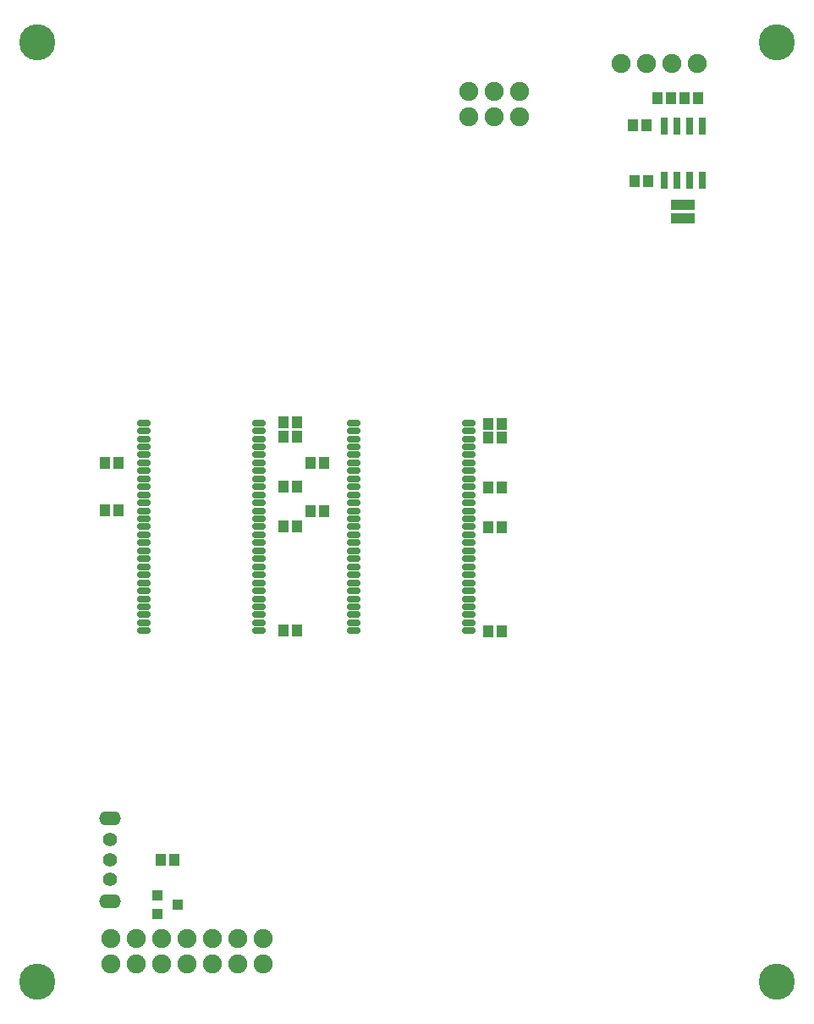
<source format=gbs>
G04*
G04 #@! TF.GenerationSoftware,Altium Limited,Altium Designer,22.4.2 (48)*
G04*
G04 Layer_Color=16711935*
%FSLAX44Y44*%
%MOMM*%
G71*
G04*
G04 #@! TF.SameCoordinates,CD49FAE8-A699-4325-8C5D-96517E71F74C*
G04*
G04*
G04 #@! TF.FilePolarity,Negative*
G04*
G01*
G75*
%ADD19R,1.0532X1.1532*%
%ADD44R,1.1532X1.0532*%
%ADD49R,0.8032X1.7532*%
%ADD58C,1.9032*%
%ADD59O,2.2032X1.4032*%
%ADD60C,1.4032*%
%ADD61C,3.6032*%
%ADD106R,1.1032X1.0032*%
%ADD107O,1.4032X0.7532*%
D19*
X4268250Y2381250D02*
D03*
X4281750D02*
D03*
X4268250Y2367250D02*
D03*
X4281750D02*
D03*
X4145250Y1944000D02*
D03*
X4158750D02*
D03*
X4669250Y2706000D02*
D03*
X4682750D02*
D03*
X4642250D02*
D03*
X4655750D02*
D03*
X4619250Y2623000D02*
D03*
X4632750D02*
D03*
X4618250Y2679000D02*
D03*
X4631750D02*
D03*
X4295250Y2341000D02*
D03*
X4308750D02*
D03*
X4295250Y2293000D02*
D03*
X4308750D02*
D03*
X4089250Y2293250D02*
D03*
X4102750D02*
D03*
X4486750Y2276250D02*
D03*
X4473250D02*
D03*
X4486750Y2172250D02*
D03*
X4473250D02*
D03*
X4486750Y2380250D02*
D03*
X4473250D02*
D03*
X4486750Y2366250D02*
D03*
X4473250D02*
D03*
X4089250Y2341250D02*
D03*
X4102750D02*
D03*
X4486750Y2316250D02*
D03*
X4473250D02*
D03*
X4281750Y2173250D02*
D03*
X4268250D02*
D03*
X4281750Y2277250D02*
D03*
X4268250D02*
D03*
X4281750Y2317250D02*
D03*
X4268250D02*
D03*
D44*
X4662000Y2598750D02*
D03*
Y2585250D02*
D03*
X4674000Y2598750D02*
D03*
Y2585250D02*
D03*
D49*
X4687050Y2624000D02*
D03*
X4674350D02*
D03*
X4661650D02*
D03*
X4648950D02*
D03*
X4687050Y2678000D02*
D03*
X4674350D02*
D03*
X4661650D02*
D03*
X4648950D02*
D03*
D58*
X4605700Y2740750D02*
D03*
X4631100D02*
D03*
X4656500D02*
D03*
X4681900D02*
D03*
X4121200Y1864700D02*
D03*
Y1839300D02*
D03*
X4146600Y1864700D02*
D03*
Y1839300D02*
D03*
X4172000Y1864700D02*
D03*
Y1839300D02*
D03*
X4248200D02*
D03*
Y1864700D02*
D03*
X4222800Y1839300D02*
D03*
Y1864700D02*
D03*
X4197400Y1839300D02*
D03*
Y1864700D02*
D03*
X4095800D02*
D03*
Y1839300D02*
D03*
X4504650Y2687300D02*
D03*
Y2712700D02*
D03*
X4479250Y2687300D02*
D03*
Y2712700D02*
D03*
X4453850Y2687300D02*
D03*
Y2712700D02*
D03*
D59*
X4095000Y1902500D02*
D03*
Y1985500D02*
D03*
D60*
Y1964000D02*
D03*
Y1924000D02*
D03*
Y1944000D02*
D03*
D61*
X4762000Y2762000D02*
D03*
X4022000D02*
D03*
X4022000Y1822000D02*
D03*
X4762000D02*
D03*
D106*
X4162000Y1899000D02*
D03*
X4142000Y1908500D02*
D03*
Y1889500D02*
D03*
D107*
X4453500Y2381000D02*
D03*
Y2373000D02*
D03*
Y2365000D02*
D03*
Y2357000D02*
D03*
Y2349000D02*
D03*
Y2341000D02*
D03*
Y2333000D02*
D03*
Y2325000D02*
D03*
Y2317000D02*
D03*
Y2309000D02*
D03*
Y2301000D02*
D03*
Y2293000D02*
D03*
Y2285000D02*
D03*
Y2277000D02*
D03*
Y2269000D02*
D03*
Y2261000D02*
D03*
Y2253000D02*
D03*
Y2245000D02*
D03*
Y2237000D02*
D03*
Y2229000D02*
D03*
Y2221000D02*
D03*
Y2213000D02*
D03*
Y2205000D02*
D03*
Y2197000D02*
D03*
Y2189000D02*
D03*
Y2181000D02*
D03*
Y2173000D02*
D03*
X4338500Y2381000D02*
D03*
Y2373000D02*
D03*
Y2365000D02*
D03*
Y2357000D02*
D03*
Y2349000D02*
D03*
Y2341000D02*
D03*
Y2333000D02*
D03*
Y2325000D02*
D03*
Y2317000D02*
D03*
Y2309000D02*
D03*
Y2301000D02*
D03*
Y2293000D02*
D03*
Y2285000D02*
D03*
Y2277000D02*
D03*
Y2269000D02*
D03*
Y2261000D02*
D03*
Y2253000D02*
D03*
Y2245000D02*
D03*
Y2237000D02*
D03*
Y2229000D02*
D03*
Y2221000D02*
D03*
Y2213000D02*
D03*
Y2205000D02*
D03*
Y2197000D02*
D03*
Y2189000D02*
D03*
Y2181000D02*
D03*
Y2173000D02*
D03*
X4243500Y2381000D02*
D03*
Y2373000D02*
D03*
Y2365000D02*
D03*
Y2357000D02*
D03*
Y2349000D02*
D03*
Y2341000D02*
D03*
Y2333000D02*
D03*
Y2325000D02*
D03*
Y2317000D02*
D03*
Y2309000D02*
D03*
Y2301000D02*
D03*
Y2293000D02*
D03*
Y2285000D02*
D03*
Y2277000D02*
D03*
Y2269000D02*
D03*
Y2261000D02*
D03*
Y2253000D02*
D03*
Y2245000D02*
D03*
Y2237000D02*
D03*
Y2229000D02*
D03*
Y2221000D02*
D03*
Y2213000D02*
D03*
Y2205000D02*
D03*
Y2197000D02*
D03*
Y2189000D02*
D03*
Y2181000D02*
D03*
Y2173000D02*
D03*
X4128500Y2381000D02*
D03*
Y2373000D02*
D03*
Y2365000D02*
D03*
Y2357000D02*
D03*
Y2349000D02*
D03*
Y2341000D02*
D03*
Y2333000D02*
D03*
Y2325000D02*
D03*
Y2317000D02*
D03*
Y2309000D02*
D03*
Y2301000D02*
D03*
Y2293000D02*
D03*
Y2285000D02*
D03*
Y2277000D02*
D03*
Y2269000D02*
D03*
Y2261000D02*
D03*
Y2253000D02*
D03*
Y2245000D02*
D03*
Y2237000D02*
D03*
Y2229000D02*
D03*
Y2221000D02*
D03*
Y2213000D02*
D03*
Y2205000D02*
D03*
Y2197000D02*
D03*
Y2189000D02*
D03*
Y2181000D02*
D03*
Y2173000D02*
D03*
M02*

</source>
